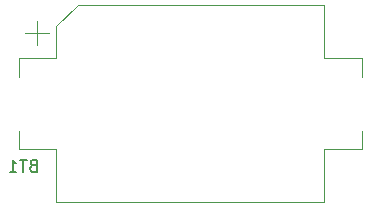
<source format=gbr>
G04 #@! TF.GenerationSoftware,KiCad,Pcbnew,(5.1.9)-1*
G04 #@! TF.CreationDate,2021-03-03T07:25:27+02:00*
G04 #@! TF.ProjectId,reverse,72657665-7273-4652-9e6b-696361645f70,rev?*
G04 #@! TF.SameCoordinates,Original*
G04 #@! TF.FileFunction,Legend,Bot*
G04 #@! TF.FilePolarity,Positive*
%FSLAX46Y46*%
G04 Gerber Fmt 4.6, Leading zero omitted, Abs format (unit mm)*
G04 Created by KiCad (PCBNEW (5.1.9)-1) date 2021-03-03 07:25:27*
%MOMM*%
%LPD*%
G01*
G04 APERTURE LIST*
%ADD10C,0.120000*%
%ADD11C,0.150000*%
G04 APERTURE END LIST*
D10*
X129000000Y-53500000D02*
X127000000Y-53500000D01*
X128000000Y-54500000D02*
X128000000Y-52500000D01*
X152350000Y-67850000D02*
X152350000Y-63350000D01*
X129650000Y-67850000D02*
X129650000Y-63350000D01*
X129650000Y-67850000D02*
X152350000Y-67850000D01*
X155550000Y-63350000D02*
X155550000Y-61800000D01*
X152350000Y-63350000D02*
X155550000Y-63350000D01*
X126450000Y-63350000D02*
X126450000Y-61800000D01*
X129650000Y-63350000D02*
X126450000Y-63350000D01*
X126450000Y-55650000D02*
X126450000Y-57200000D01*
X129650000Y-55650000D02*
X126450000Y-55650000D01*
X131450000Y-51150000D02*
X129650000Y-52950000D01*
X129650000Y-52950000D02*
X129650000Y-55650000D01*
X152350000Y-51150000D02*
X131450000Y-51150000D01*
X152350000Y-51150000D02*
X152350000Y-55650000D01*
X155550000Y-55650000D02*
X155550000Y-57200000D01*
X152350000Y-55650000D02*
X155550000Y-55650000D01*
D11*
X127660714Y-64728571D02*
X127517857Y-64776190D01*
X127470238Y-64823809D01*
X127422619Y-64919047D01*
X127422619Y-65061904D01*
X127470238Y-65157142D01*
X127517857Y-65204761D01*
X127613095Y-65252380D01*
X127994047Y-65252380D01*
X127994047Y-64252380D01*
X127660714Y-64252380D01*
X127565476Y-64300000D01*
X127517857Y-64347619D01*
X127470238Y-64442857D01*
X127470238Y-64538095D01*
X127517857Y-64633333D01*
X127565476Y-64680952D01*
X127660714Y-64728571D01*
X127994047Y-64728571D01*
X127136904Y-64252380D02*
X126565476Y-64252380D01*
X126851190Y-65252380D02*
X126851190Y-64252380D01*
X125708333Y-65252380D02*
X126279761Y-65252380D01*
X125994047Y-65252380D02*
X125994047Y-64252380D01*
X126089285Y-64395238D01*
X126184523Y-64490476D01*
X126279761Y-64538095D01*
M02*

</source>
